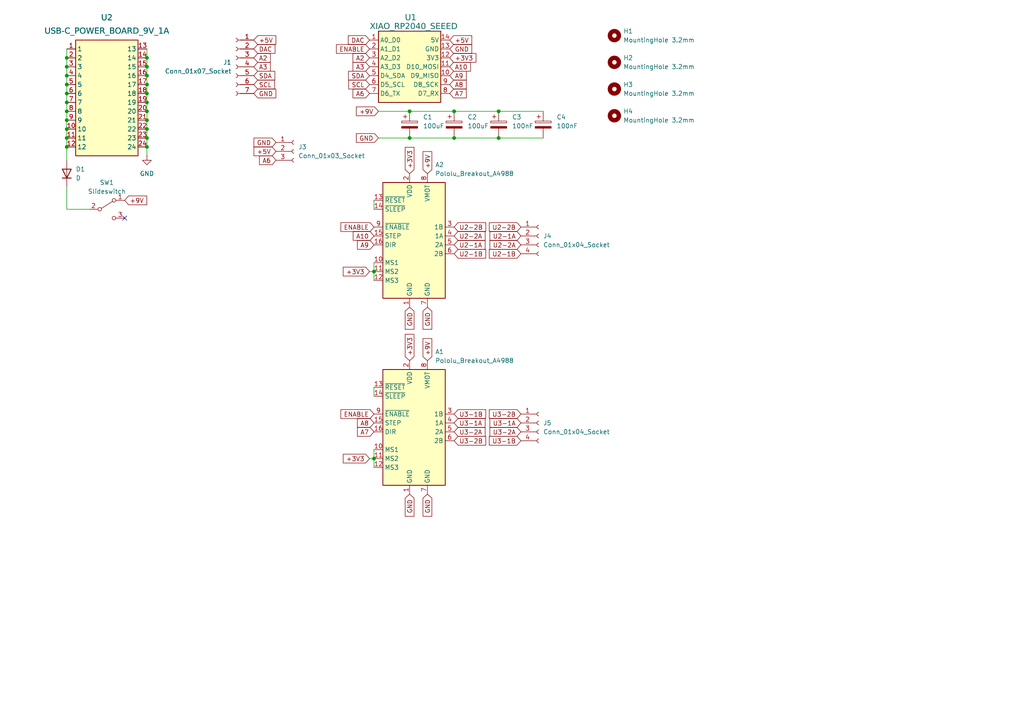
<source format=kicad_sch>
(kicad_sch (version 20231120) (generator "eeschema") (generator_version "8.0")
  (paper "User" 292.1 205.105)
  (lib_symbols
    (symbol "Connector:Conn_01x03_Socket" (pin_names (offset 1.016) hide)
      (property "Reference" "J" (at 0 5.08 0))
      (property "Value" "Conn_01x03_Socket" (at 0 -5.08 0))
      (symbol "Conn_01x03_Socket_1_1"
        (arc (start 0 -2.032) (mid -0.5058 -2.54) (end 0 -3.048) (stroke (width 0.1524)))
        (polyline (pts (xy -1.27 -2.54) (xy -0.508 -2.54)) (stroke (width 0.1524)))
        (polyline (pts (xy -1.27 0) (xy -0.508 0)) (stroke (width 0.1524)))
        (polyline (pts (xy -1.27 2.54) (xy -0.508 2.54)) (stroke (width 0.1524)))
        (arc (start 0 0.508) (mid -0.5058 0) (end 0 -0.508) (stroke (width 0.1524)))
        (arc (start 0 3.048) (mid -0.5058 2.54) (end 0 2.032) (stroke (width 0.1524)))
        (pin passive line (at -5.08 2.54 0) (length 3.81) (name "Pin_1") (number "1"))
        (pin passive line (at -5.08 0 0) (length 3.81) (name "Pin_2") (number "2"))
        (pin passive line (at -5.08 -2.54 0) (length 3.81) (name "Pin_3") (number "3"))
      )
    )
    (symbol "Connector:Conn_01x04_Socket" (pin_names (offset 1.016) hide)
      (property "Reference" "J" (at 0 5.08 0))
      (property "Value" "Conn_01x04_Socket" (at 0 -7.62 0))
      (symbol "Conn_01x04_Socket_1_1"
        (arc (start 0 -4.572) (mid -0.5058 -5.08) (end 0 -5.588) (stroke (width 0.1524)))
        (arc (start 0 -2.032) (mid -0.5058 -2.54) (end 0 -3.048) (stroke (width 0.1524)))
        (polyline (pts (xy -1.27 -5.08) (xy -0.508 -5.08)) (stroke (width 0.1524)))
        (polyline (pts (xy -1.27 -2.54) (xy -0.508 -2.54)) (stroke (width 0.1524)))
        (polyline (pts (xy -1.27 0) (xy -0.508 0)) (stroke (width 0.1524)))
        (polyline (pts (xy -1.27 2.54) (xy -0.508 2.54)) (stroke (width 0.1524)))
        (arc (start 0 0.508) (mid -0.5058 0) (end 0 -0.508) (stroke (width 0.1524)))
        (arc (start 0 3.048) (mid -0.5058 2.54) (end 0 2.032) (stroke (width 0.1524)))
        (pin passive line (at -5.08 2.54 0) (length 3.81) (name "Pin_1") (number "1"))
        (pin passive line (at -5.08 0 0) (length 3.81) (name "Pin_2") (number "2"))
        (pin passive line (at -5.08 -2.54 0) (length 3.81) (name "Pin_3") (number "3"))
        (pin passive line (at -5.08 -5.08 0) (length 3.81) (name "Pin_4") (number "4"))
      )
    )
    (symbol "Connector:Conn_01x07_Socket" (pin_names (offset 1.016) hide)
      (property "Reference" "J" (at 0 10.16 0))
      (property "Value" "Conn_01x07_Socket" (at 0 -10.16 0))
      (symbol "Conn_01x07_Socket_1_1"
        (arc (start 0 -7.112) (mid -0.5058 -7.62) (end 0 -8.128) (stroke (width 0.1524)))
        (arc (start 0 -4.572) (mid -0.5058 -5.08) (end 0 -5.588) (stroke (width 0.1524)))
        (arc (start 0 -2.032) (mid -0.5058 -2.54) (end 0 -3.048) (stroke (width 0.1524)))
        (polyline (pts (xy -1.27 -7.62) (xy -0.508 -7.62)) (stroke (width 0.1524)))
        (polyline (pts (xy -1.27 -5.08) (xy -0.508 -5.08)) (stroke (width 0.1524)))
        (polyline (pts (xy -1.27 -2.54) (xy -0.508 -2.54)) (stroke (width 0.1524)))
        (polyline (pts (xy -1.27 0) (xy -0.508 0)) (stroke (width 0.1524)))
        (polyline (pts (xy -1.27 2.54) (xy -0.508 2.54)) (stroke (width 0.1524)))
        (polyline (pts (xy -1.27 5.08) (xy -0.508 5.08)) (stroke (width 0.1524)))
        (polyline (pts (xy -1.27 7.62) (xy -0.508 7.62)) (stroke (width 0.1524)))
        (arc (start 0 0.508) (mid -0.5058 0) (end 0 -0.508) (stroke (width 0.1524)))
        (arc (start 0 3.048) (mid -0.5058 2.54) (end 0 2.032) (stroke (width 0.1524)))
        (arc (start 0 5.588) (mid -0.5058 5.08) (end 0 4.572) (stroke (width 0.1524)))
        (arc (start 0 8.128) (mid -0.5058 7.62) (end 0 7.112) (stroke (width 0.1524)))
        (pin passive line (at -5.08 7.62 0) (length 3.81) (name "Pin_1") (number "1"))
        (pin passive line (at -5.08 5.08 0) (length 3.81) (name "Pin_2") (number "2"))
        (pin passive line (at -5.08 2.54 0) (length 3.81) (name "Pin_3") (number "3"))
        (pin passive line (at -5.08 0 0) (length 3.81) (name "Pin_4") (number "4"))
        (pin passive line (at -5.08 -2.54 0) (length 3.81) (name "Pin_5") (number "5"))
        (pin passive line (at -5.08 -5.08 0) (length 3.81) (name "Pin_6") (number "6"))
        (pin passive line (at -5.08 -7.62 0) (length 3.81) (name "Pin_7") (number "7"))
      )
    )
    (symbol "Device:C_Polarized" (pin_numbers hide) (pin_names (offset 0.254))
      (property "Reference" "C" (at 0.635 2.54 0))
      (property "Value" "C_Polarized" (at 0.635 -2.54 0))
      (symbol "C_Polarized_0_1"
        (rectangle (start -2.286 0.508) (end 2.286 1.016))
        (polyline (pts (xy -1.778 2.286) (xy -0.762 2.286)))
        (polyline (pts (xy -1.27 2.794) (xy -1.27 1.778)))
        (rectangle (start 2.286 -0.508) (end -2.286 -1.016) (fill (type outline)))
      )
      (symbol "C_Polarized_1_1"
        (pin passive line (at 0 3.81 270) (length 2.794) (name "~") (number "1"))
        (pin passive line (at 0 -3.81 90) (length 2.794) (name "~") (number "2"))
      )
    )
    (symbol "Device:D" (pin_numbers hide) (pin_names (offset 1.016) hide)
      (property "Reference" "D" (at 0 2.54 0))
      (property "Value" "D" (at 0 -2.54 0))
      (symbol "D_0_1"
        (polyline (pts (xy -1.27 1.27) (xy -1.27 -1.27)) (stroke (width 0.254)))
        (polyline (pts (xy 1.27 0) (xy -1.27 0)))
        (polyline (pts (xy 1.27 1.27) (xy 1.27 -1.27) (xy -1.27 0) (xy 1.27 1.27)) (stroke (width 0.254)))
      )
      (symbol "D_1_1"
        (pin passive line (at -3.81 0 0) (length 2.54) (name "K") (number "1"))
        (pin passive line (at 3.81 0 180) (length 2.54) (name "A") (number "2"))
      )
    )
    (symbol "Driver_Motor:Pololu_Breakout_A4988"
      (property "Reference" "A" (at -2.54 19.05 0))
      (property "Value" "Pololu_Breakout_A4988" (at -2.54 16.51 0))
      (symbol "Pololu_Breakout_A4988_0_1"
        (rectangle (start 10.16 -17.78) (end -7.62 15.24) (stroke (width 0.254)) (fill (type background)))
      )
      (symbol "Pololu_Breakout_A4988_1_1"
        (pin power_in line (at 0 -20.32 90) (length 2.54) (name "GND") (number "1"))
        (pin input line (at -10.16 -7.62 0) (length 2.54) (name "MS1") (number "10"))
        (pin input line (at -10.16 -10.16 0) (length 2.54) (name "MS2") (number "11"))
        (pin input line (at -10.16 -12.7 0) (length 2.54) (name "MS3") (number "12"))
        (pin input line (at -10.16 10.16 0) (length 2.54) (name "~{RESET}") (number "13"))
        (pin input line (at -10.16 7.62 0) (length 2.54) (name "~{SLEEP}") (number "14"))
        (pin input line (at -10.16 0 0) (length 2.54) (name "STEP") (number "15"))
        (pin input line (at -10.16 -2.54 0) (length 2.54) (name "DIR") (number "16"))
        (pin power_in line (at 0 17.78 270) (length 2.54) (name "VDD") (number "2"))
        (pin output line (at 12.7 2.54 180) (length 2.54) (name "1B") (number "3"))
        (pin output line (at 12.7 0 180) (length 2.54) (name "1A") (number "4"))
        (pin output line (at 12.7 -2.54 180) (length 2.54) (name "2A") (number "5"))
        (pin output line (at 12.7 -5.08 180) (length 2.54) (name "2B") (number "6"))
        (pin power_in line (at 5.08 -20.32 90) (length 2.54) (name "GND") (number "7"))
        (pin power_in line (at 5.08 17.78 270) (length 2.54) (name "VMOT") (number "8"))
        (pin input line (at -10.16 2.54 0) (length 2.54) (name "~{ENABLE}") (number "9"))
      )
    )
    (symbol "Library:USB-C_POWER_BOARD_9V_1A"
      (property "Reference" "U2" (at 0 16.51 0))
      (property "Value" "USB-C_POWER_BOARD_9V_1A" (at 0 12.7 0))
      (symbol "USB-C_POWER_BOARD_9V_1A_0_1"
        (rectangle (start -8.89 10.16) (end 8.89 -22.86) (stroke (width 0.254)) (fill (type background)))
      )
      (symbol "USB-C_POWER_BOARD_9V_1A_1_0"
        (pin bidirectional line (at -11.43 7.62 0) (length 2.4892) (name "1") (number "1"))
        (pin bidirectional line (at -11.43 -15.24 0) (length 2.4892) (name "10") (number "10"))
        (pin bidirectional line (at -11.43 -17.78 0) (length 2.4892) (name "11") (number "11"))
        (pin bidirectional line (at -11.43 -20.32 0) (length 2.4892) (name "12") (number "12"))
        (pin bidirectional line (at 11.43 7.62 180) (length 2.4892) (name "13") (number "13"))
        (pin bidirectional line (at 11.43 5.08 180) (length 2.4892) (name "14") (number "14"))
        (pin bidirectional line (at 11.43 2.54 180) (length 2.4892) (name "15") (number "15"))
        (pin bidirectional line (at 11.43 0 180) (length 2.4892) (name "16") (number "16"))
        (pin bidirectional line (at 11.43 -2.54 180) (length 2.4892) (name "17") (number "17"))
        (pin bidirectional line (at 11.43 -5.08 180) (length 2.4892) (name "18") (number "18"))
        (pin bidirectional line (at 11.43 -7.62 180) (length 2.4892) (name "19") (number "19"))
        (pin bidirectional line (at -11.43 5.08 0) (length 2.4892) (name "2") (number "2"))
        (pin bidirectional line (at 11.43 -10.16 180) (length 2.4892) (name "20") (number "20"))
        (pin bidirectional line (at 11.43 -12.7 180) (length 2.4892) (name "21") (number "21"))
        (pin bidirectional line (at 11.43 -15.24 180) (length 2.4892) (name "22") (number "22"))
        (pin bidirectional line (at 11.43 -17.78 180) (length 2.4892) (name "23") (number "23"))
        (pin bidirectional line (at 11.43 -20.32 180) (length 2.4892) (name "24") (number "24"))
        (pin bidirectional line (at -11.43 2.54 0) (length 2.4892) (name "3") (number "3"))
        (pin bidirectional line (at -11.43 0 0) (length 2.4892) (name "4") (number "4"))
        (pin bidirectional line (at -11.43 -2.54 0) (length 2.4892) (name "5") (number "5"))
        (pin bidirectional line (at -11.43 -5.08 0) (length 2.4892) (name "6") (number "6"))
        (pin bidirectional line (at -11.43 -7.62 0) (length 2.4892) (name "7") (number "7"))
        (pin bidirectional line (at -11.43 -10.16 0) (length 2.4892) (name "8") (number "8"))
        (pin bidirectional line (at -11.43 -12.7 0) (length 2.4892) (name "9") (number "9"))
      )
    )
    (symbol "Mechanical:MountingHole" (pin_names (offset 1.016)) (exclude_from_sim yes) (in_bom no)
      (property "Reference" "H" (at 0 5.08 0))
      (property "Value" "MountingHole" (at 0 3.175 0))
      (symbol "MountingHole_0_1"
        (circle (center 0 0) (radius 1.27) (stroke (width 1.27)))
      )
    )
    (symbol "XIAO_RP2040_SEEED"
      (property "Reference" "U1" (at -1.3208 14.8971 0))
      (property "Value" "XIAO_RP2040_SEEED" (at -11.938 12.446 0))
      (symbol "XIAO_RP2040_SEEED_0_0"
        (pin bidirectional line (at -11.43 7.62 0) (length 2.4892) (name "A0_D0") (number "1"))
        (pin bidirectional line (at 11.43 -2.54 180) (length 2.4892) (name "D9_MISO") (number "10"))
        (pin bidirectional line (at 11.43 0 180) (length 2.4892) (name "D10_MOSI") (number "11"))
        (pin bidirectional line (at 11.43 2.54 180) (length 2.4892) (name "3V3") (number "12"))
        (pin bidirectional line (at 11.43 5.08 180) (length 2.4892) (name "GND") (number "13"))
        (pin bidirectional line (at 11.43 7.62 180) (length 2.4892) (name "5V") (number "14"))
        (pin bidirectional line (at -11.43 5.08 0) (length 2.4892) (name "A1_D1") (number "2"))
        (pin bidirectional line (at -11.43 2.54 0) (length 2.4892) (name "A2_D2") (number "3"))
        (pin bidirectional line (at -11.43 0 0) (length 2.4892) (name "A3_D3") (number "4"))
        (pin bidirectional line (at -11.43 -2.54 0) (length 2.4892) (name "D4_SDA") (number "5"))
        (pin bidirectional line (at -11.43 -5.08 0) (length 2.4892) (name "D5_SCL") (number "6"))
        (pin bidirectional line (at -11.43 -7.62 0) (length 2.4892) (name "D6_TX") (number "7"))
        (pin bidirectional line (at 11.43 -7.62 180) (length 2.4892) (name "D7_RX") (number "8"))
        (pin bidirectional line (at 11.43 -5.08 180) (length 2.4892) (name "D8_SCK") (number "9"))
      )
      (symbol "XIAO_RP2040_SEEED_0_1"
        (rectangle (start -8.89 10.16) (end 8.89 -10.16) (stroke (width 0.254)) (fill (type background)))
      )
    )
    (symbol "fab:SWITCH_AYZ0102AGRLC" (pin_names (offset 0) hide)
      (property "Reference" "SW" (at 0 4.318 0))
      (property "Value" "SWITCH_AYZ0102AGRLC" (at 0 -5.08 0))
      (symbol "SWITCH_AYZ0102AGRLC_0_0"
        (circle (center -2.032 0) (radius 0.508))
        (circle (center 2.032 -2.54) (radius 0.508))
      )
      (symbol "SWITCH_AYZ0102AGRLC_0_1"
        (polyline (pts (xy -1.524 0.254) (xy 1.651 2.286)))
        (circle (center 2.032 2.54) (radius 0.508))
      )
      (symbol "SWITCH_AYZ0102AGRLC_1_1"
        (pin passive line (at 5.08 2.54 180) (length 2.54) (name "A") (number "1"))
        (pin passive line (at -5.08 0 0) (length 2.54) (name "B") (number "2"))
        (pin passive line (at 5.08 -2.54 180) (length 2.54) (name "C") (number "3"))
      )
    )
    (symbol "power:GND" (power) (pin_numbers hide) (pin_names (offset 0) hide)
      (property "Value" "GND" (at 0 -3.81 0))
      (symbol "GND_0_1"
        (polyline (pts (xy 0 0) (xy 0 -1.27) (xy 1.27 -1.27) (xy 0 -2.54) (xy -1.27 -1.27) (xy 0 -1.27)))
      )
      (symbol "GND_1_1"
        (pin power_in line (at 0 0 270) (length 0) (name "~") (number "1"))
      )
    )
  )
  (junction (at 41.91 29.21))
  (junction (at 19.05 31.75))
  (junction (at 19.05 36.83))
  (junction (at 41.91 31.75))
  (junction (at 106.68 77.47))
  (junction (at 19.05 34.29))
  (junction (at 41.91 19.05))
  (junction (at 19.05 24.13))
  (junction (at 41.91 34.29))
  (junction (at 41.91 24.13))
  (junction (at 19.05 21.59))
  (junction (at 19.05 19.05))
  (junction (at 106.68 130.81))
  (junction (at 116.84 31.75))
  (junction (at 142.24 31.75))
  (junction (at 19.05 41.91))
  (junction (at 19.05 29.21))
  (junction (at 41.91 36.83))
  (junction (at 19.05 16.51))
  (junction (at 41.91 26.67))
  (junction (at 41.91 39.37))
  (junction (at 142.24 39.37))
  (junction (at 116.84 39.37))
  (junction (at 19.05 26.67))
  (junction (at 129.54 39.37))
  (junction (at 129.54 31.75))
  (junction (at 41.91 16.51))
  (junction (at 41.91 21.59))
  (junction (at 19.05 39.37))
  (junction (at 41.91 41.91))
  (no_connect (at 35.56 62.23))
  (wire (pts (xy 41.91 24.13) (xy 41.91 26.67)))
  (wire (pts (xy 116.84 31.75) (xy 129.54 31.75)))
  (wire (pts (xy 107.95 39.37) (xy 116.84 39.37)))
  (wire (pts (xy 19.05 21.59) (xy 19.05 24.13)))
  (wire (pts (xy 19.05 41.91) (xy 19.05 45.72)))
  (wire (pts (xy 41.91 36.83) (xy 41.91 39.37)))
  (wire (pts (xy 116.84 39.37) (xy 129.54 39.37)))
  (wire (pts (xy 106.68 74.93) (xy 106.68 77.47)))
  (wire (pts (xy 41.91 31.75) (xy 41.91 34.29)))
  (wire (pts (xy 19.05 19.05) (xy 19.05 21.59)))
  (wire (pts (xy 19.05 53.34) (xy 19.05 59.69)))
  (wire (pts (xy 41.91 41.91) (xy 41.91 44.45)))
  (wire (pts (xy 19.05 31.75) (xy 19.05 34.29)))
  (wire (pts (xy 19.05 29.21) (xy 19.05 31.75)))
  (wire (pts (xy 19.05 36.83) (xy 19.05 39.37)))
  (wire (pts (xy 106.68 57.15) (xy 106.68 59.69)))
  (wire (pts (xy 129.54 31.75) (xy 142.24 31.75)))
  (wire (pts (xy 41.91 16.51) (xy 41.91 19.05)))
  (wire (pts (xy 19.05 13.97) (xy 19.05 16.51)))
  (wire (pts (xy 142.24 39.37) (xy 154.94 39.37)))
  (wire (pts (xy 105.41 130.81) (xy 106.68 130.81)))
  (wire (pts (xy 105.41 77.47) (xy 106.68 77.47)))
  (wire (pts (xy 19.05 24.13) (xy 19.05 26.67)))
  (wire (pts (xy 106.68 77.47) (xy 106.68 80.01)))
  (wire (pts (xy 41.91 19.05) (xy 41.91 21.59)))
  (wire (pts (xy 19.05 26.67) (xy 19.05 29.21)))
  (wire (pts (xy 41.91 39.37) (xy 41.91 41.91)))
  (wire (pts (xy 106.68 110.49) (xy 106.68 113.03)))
  (wire (pts (xy 107.95 31.75) (xy 116.84 31.75)))
  (wire (pts (xy 19.05 59.69) (xy 25.4 59.69)))
  (wire (pts (xy 41.91 26.67) (xy 41.91 29.21)))
  (wire (pts (xy 41.91 34.29) (xy 41.91 36.83)))
  (wire (pts (xy 41.91 13.97) (xy 41.91 16.51)))
  (wire (pts (xy 19.05 34.29) (xy 19.05 36.83)))
  (wire (pts (xy 106.68 128.27) (xy 106.68 130.81)))
  (wire (pts (xy 19.05 39.37) (xy 19.05 41.91)))
  (wire (pts (xy 106.68 130.81) (xy 106.68 133.35)))
  (wire (pts (xy 142.24 31.75) (xy 154.94 31.75)))
  (wire (pts (xy 41.91 21.59) (xy 41.91 24.13)))
  (wire (pts (xy 41.91 29.21) (xy 41.91 31.75)))
  (wire (pts (xy 19.05 16.51) (xy 19.05 19.05)))
  (wire (pts (xy 129.54 39.37) (xy 142.24 39.37)))
  (global_label "GND" (shape input) (at 116.84 140.97 270) (property "Intersheetrefs" "${INTERSHEET_REFS}" (effects (hide yes))))
  (global_label "SDA" (shape input) (at 105.41 21.59 180) (property "Intersheetrefs" "${INTERSHEET_REFS}" (effects (hide yes))))
  (global_label "+3V3" (shape input) (at 105.41 130.81 180) (property "Intersheetrefs" "${INTERSHEET_REFS}" (effects (hide yes))))
  (global_label "+5V" (shape input) (at 128.27 11.43 0) (property "Intersheetrefs" "${INTERSHEET_REFS}" (effects (hide yes))))
  (global_label "A8" (shape input) (at 128.27 24.13 0) (property "Intersheetrefs" "${INTERSHEET_REFS}" (effects (hide yes))))
  (global_label "+9V" (shape input) (at 121.92 49.53 90) (property "Intersheetrefs" "${INTERSHEET_REFS}" (effects (hide yes))))
  (global_label "SCL" (shape input) (at 72.39 24.13 0) (property "Intersheetrefs" "${INTERSHEET_REFS}" (effects (hide yes))))
  (global_label "U2-1B" (shape input) (at 148.59 72.39 180) (property "Intersheetrefs" "${INTERSHEET_REFS}" (effects (hide yes))))
  (global_label "U3-1A" (shape input) (at 148.59 120.65 180) (property "Intersheetrefs" "${INTERSHEET_REFS}" (effects (hide yes))))
  (global_label "+9V" (shape input) (at 107.95 31.75 180) (property "Intersheetrefs" "${INTERSHEET_REFS}" (effects (hide yes))))
  (global_label "A6" (shape input) (at 78.74 45.72 180) (property "Intersheetrefs" "${INTERSHEET_REFS}" (effects (hide yes))))
  (global_label "U2-2B" (shape input) (at 148.59 64.77 180) (property "Intersheetrefs" "${INTERSHEET_REFS}" (effects (hide yes))))
  (global_label "+5V" (shape input) (at 78.74 43.18 180) (property "Intersheetrefs" "${INTERSHEET_REFS}" (effects (hide yes))))
  (global_label "ENABLE" (shape input) (at 106.68 64.77 180) (property "Intersheetrefs" "${INTERSHEET_REFS}" (effects (hide yes))))
  (global_label "DAC" (shape input) (at 105.41 11.43 180) (property "Intersheetrefs" "${INTERSHEET_REFS}" (effects (hide yes))))
  (global_label "U3-1B" (shape input) (at 148.59 125.73 180) (property "Intersheetrefs" "${INTERSHEET_REFS}" (effects (hide yes))))
  (global_label "U3-2B" (shape input) (at 148.59 118.11 180) (property "Intersheetrefs" "${INTERSHEET_REFS}" (effects (hide yes))))
  (global_label "GND" (shape input) (at 121.92 87.63 270) (property "Intersheetrefs" "${INTERSHEET_REFS}" (effects (hide yes))))
  (global_label "SCL" (shape input) (at 105.41 24.13 180) (property "Intersheetrefs" "${INTERSHEET_REFS}" (effects (hide yes))))
  (global_label "U3-2B" (shape input) (at 129.54 125.73 0) (property "Intersheetrefs" "${INTERSHEET_REFS}" (effects (hide yes))))
  (global_label "GND" (shape input) (at 72.39 26.67 0) (property "Intersheetrefs" "${INTERSHEET_REFS}" (effects (hide yes))))
  (global_label "GND" (shape input) (at 78.74 40.64 180) (property "Intersheetrefs" "${INTERSHEET_REFS}" (effects (hide yes))))
  (global_label "SDA" (shape input) (at 72.39 21.59 0) (property "Intersheetrefs" "${INTERSHEET_REFS}" (effects (hide yes))))
  (global_label "A9" (shape input) (at 106.68 69.85 180) (property "Intersheetrefs" "${INTERSHEET_REFS}" (effects (hide yes))))
  (global_label "+3V3" (shape input) (at 116.84 102.87 90) (property "Intersheetrefs" "${INTERSHEET_REFS}" (effects (hide yes))))
  (global_label "U3-2A" (shape input) (at 129.54 123.19 0) (property "Intersheetrefs" "${INTERSHEET_REFS}" (effects (hide yes))))
  (global_label "U2-2B" (shape input) (at 129.54 64.77 0) (property "Intersheetrefs" "${INTERSHEET_REFS}" (effects (hide yes))))
  (global_label "A7" (shape input) (at 128.27 26.67 0) (property "Intersheetrefs" "${INTERSHEET_REFS}" (effects (hide yes))))
  (global_label "A3" (shape input) (at 72.39 19.05 0) (property "Intersheetrefs" "${INTERSHEET_REFS}" (effects (hide yes))))
  (global_label "U2-1A" (shape input) (at 129.54 69.85 0) (property "Intersheetrefs" "${INTERSHEET_REFS}" (effects (hide yes))))
  (global_label "U2-2A" (shape input) (at 148.59 69.85 180) (property "Intersheetrefs" "${INTERSHEET_REFS}" (effects (hide yes))))
  (global_label "A9" (shape input) (at 128.27 21.59 0) (property "Intersheetrefs" "${INTERSHEET_REFS}" (effects (hide yes))))
  (global_label "+3V3" (shape input) (at 105.41 77.47 180) (property "Intersheetrefs" "${INTERSHEET_REFS}" (effects (hide yes))))
  (global_label "U2-1A" (shape input) (at 148.59 67.31 180) (property "Intersheetrefs" "${INTERSHEET_REFS}" (effects (hide yes))))
  (global_label "DAC" (shape input) (at 72.39 13.97 0) (property "Intersheetrefs" "${INTERSHEET_REFS}" (effects (hide yes))))
  (global_label "A10" (shape input) (at 128.27 19.05 0) (property "Intersheetrefs" "${INTERSHEET_REFS}" (effects (hide yes))))
  (global_label "A2" (shape input) (at 72.39 16.51 0) (property "Intersheetrefs" "${INTERSHEET_REFS}" (effects (hide yes))))
  (global_label "GND" (shape input) (at 107.95 39.37 180) (property "Intersheetrefs" "${INTERSHEET_REFS}" (effects (hide yes))))
  (global_label "U3-1B" (shape input) (at 129.54 118.11 0) (property "Intersheetrefs" "${INTERSHEET_REFS}" (effects (hide yes))))
  (global_label "U3-2A" (shape input) (at 148.59 123.19 180) (property "Intersheetrefs" "${INTERSHEET_REFS}" (effects (hide yes))))
  (global_label "U2-2A" (shape input) (at 129.54 67.31 0) (property "Intersheetrefs" "${INTERSHEET_REFS}" (effects (hide yes))))
  (global_label "GND" (shape input) (at 121.92 140.97 270) (property "Intersheetrefs" "${INTERSHEET_REFS}" (effects (hide yes))))
  (global_label "+3V3" (shape input) (at 128.27 16.51 0) (property "Intersheetrefs" "${INTERSHEET_REFS}" (effects (hide yes))))
  (global_label "+3V3" (shape input) (at 116.84 49.53 90) (property "Intersheetrefs" "${INTERSHEET_REFS}" (effects (hide yes))))
  (global_label "+9V" (shape input) (at 35.56 57.15 0) (property "Intersheetrefs" "${INTERSHEET_REFS}" (effects (hide yes))))
  (global_label "U2-1B" (shape input) (at 129.54 72.39 0) (property "Intersheetrefs" "${INTERSHEET_REFS}" (effects (hide yes))))
  (global_label "A3" (shape input) (at 105.41 19.05 180) (property "Intersheetrefs" "${INTERSHEET_REFS}" (effects (hide yes))))
  (global_label "GND" (shape input) (at 116.84 87.63 270) (property "Intersheetrefs" "${INTERSHEET_REFS}" (effects (hide yes))))
  (global_label "A2" (shape input) (at 105.41 16.51 180) (property "Intersheetrefs" "${INTERSHEET_REFS}" (effects (hide yes))))
  (global_label "+9V" (shape input) (at 121.92 102.87 90) (property "Intersheetrefs" "${INTERSHEET_REFS}" (effects (hide yes))))
  (global_label "A7" (shape input) (at 106.68 123.19 180) (property "Intersheetrefs" "${INTERSHEET_REFS}" (effects (hide yes))))
  (global_label "U3-1A" (shape input) (at 129.54 120.65 0) (property "Intersheetrefs" "${INTERSHEET_REFS}" (effects (hide yes))))
  (global_label "+5V" (shape input) (at 72.39 11.43 0) (property "Intersheetrefs" "${INTERSHEET_REFS}" (effects (hide yes))))
  (global_label "GND" (shape input) (at 128.27 13.97 0) (property "Intersheetrefs" "${INTERSHEET_REFS}" (effects (hide yes))))
  (global_label "A10" (shape input) (at 106.68 67.31 180) (property "Intersheetrefs" "${INTERSHEET_REFS}" (effects (hide yes))))
  (global_label "A6" (shape input) (at 105.41 26.67 180) (property "Intersheetrefs" "${INTERSHEET_REFS}" (effects (hide yes))))
  (global_label "ENABLE" (shape input) (at 105.41 13.97 180) (property "Intersheetrefs" "${INTERSHEET_REFS}" (effects (hide yes))))
  (global_label "A8" (shape input) (at 106.68 120.65 180) (property "Intersheetrefs" "${INTERSHEET_REFS}" (effects (hide yes))))
  (global_label "ENABLE" (shape input) (at 106.68 118.11 180) (property "Intersheetrefs" "${INTERSHEET_REFS}" (effects (hide yes))))
  (symbol (lib_id "Mechanical:MountingHole") (at 175.26 25.4 0) (unit 1) (exclude_from_sim yes) (in_bom no)
    (property "Reference" "H3" (at 177.8 24.1299 0) (effects (justify left)))
    (property "Value" "MountingHole 3.2mm" (at 177.8 26.6699 0) (effects (justify left)))
    (property "Description" "Mounting Hole without connection" (effects (hide yes)))
  )
  (symbol (lib_id "Connector:Conn_01x07_Socket") (at 67.31 19.05 0) (mirror y) (unit 1)
    (property "Reference" "J1" (at 66.04 17.7799 0) (effects (justify left)))
    (property "Value" "Conn_01x07_Socket" (at 66.04 20.3199 0) (effects (justify left)))
    (property "Description" "Generic connector, single row, 01x07, script generated" (effects (hide yes)))
  )
  (symbol (lib_id "Device:C_Polarized") (at 116.84 35.56 0) (unit 1)
    (property "Reference" "C1" (at 120.65 33.4009 0) (effects (justify left)))
    (property "Value" "100uF" (at 120.65 35.9409 0) (effects (justify left)))
    (property "Description" "Polarized capacitor" (effects (hide yes)))
  )
  (symbol (lib_id "power:GND") (at 41.91 44.45 0) (unit 1)
    (property "Reference" "#PWR01" (effects (hide yes)))
    (property "Value" "GND" (at 41.91 49.53 0))
    (property "Description" "Power symbol creates a global label with name \"GND\" , ground" (effects (hide yes)))
  )
  (symbol (lib_id "Driver_Motor:Pololu_Breakout_A4988") (at 116.84 120.65 0) (unit 1)
    (property "Reference" "A1" (at 124.1141 100.33 0) (effects (justify left)))
    (property "Value" "Pololu_Breakout_A4988" (at 124.1141 102.87 0) (effects (justify left)))
    (property "Footprint" "Module:Pololu_Breakout-16_15.2x20.3mm" (effects (hide yes)))
    (property "Datasheet" "https://www.pololu.com/product/2980/pictures" (effects (hide yes)))
    (property "Description" "Pololu Breakout Board, Stepper Driver A4988" (effects (hide yes)))
  )
  (symbol (lib_id "Device:C_Polarized") (at 154.94 35.56 0) (unit 1)
    (property "Reference" "C4" (at 158.75 33.4009 0) (effects (justify left)))
    (property "Value" "100nF" (at 158.75 35.9409 0) (effects (justify left)))
    (property "Description" "Polarized capacitor" (effects (hide yes)))
  )
  (symbol (lib_id "Connector:Conn_01x04_Socket") (at 153.67 67.31 0) (unit 1)
    (property "Reference" "J4" (at 154.94 67.3099 0) (effects (justify left)))
    (property "Value" "Conn_01x04_Socket" (at 154.94 69.8499 0) (effects (justify left)))
    (property "Description" "Generic connector, single row, 01x04, script generated" (effects (hide yes)))
  )
  (symbol (lib_id "Device:D") (at 19.05 49.53 90) (unit 1)
    (property "Reference" "D1" (at 21.59 48.2599 90) (effects (justify right)))
    (property "Value" "D" (at 21.59 50.7999 90) (effects (justify right)))
    (property "Description" "Diode" (effects (hide yes)))
    (property "Sim.Device" "D" (effects (hide yes)))
    (property "Sim.Pins" "1=K 2=A" (effects (hide yes)))
  )
  (symbol (lib_id "Library:USB-C_POWER_BOARD_9V_1A") (at 30.48 21.59 0) (unit 1)
    (property "Reference" "U2" (at 30.48 5.08 0) (effects (font (size 1.6891 1.6891))))
    (property "Value" "USB-C_POWER_BOARD_9V_1A" (at 30.48 8.89 0) (effects (font (size 1.6891 1.6891))))
  )
  (symbol (lib_id "Connector:Conn_01x04_Socket") (at 153.67 120.65 0) (unit 1)
    (property "Reference" "J5" (at 154.94 120.6499 0) (effects (justify left)))
    (property "Value" "Conn_01x04_Socket" (at 154.94 123.1899 0) (effects (justify left)))
    (property "Description" "Generic connector, single row, 01x04, script generated" (effects (hide yes)))
  )
  (symbol (lib_id "fab:SWITCH_AYZ0102AGRLC") (at 30.48 59.69 0) (unit 1)
    (property "Reference" "SW1" (at 30.48 52.07 0))
    (property "Value" "Slideswitch" (at 30.48 54.61 0))
    (property "Footprint" "Button_Switch_THT:SW_Slide-03_Wuerth-WS-SLTV_10x2.5x6.4_P2.54mm" (effects (hide yes)))
    (property "Datasheet" "https://www.ckswitches.com/media/1431/ayz.pdf" (effects (hide yes)))
  )
  (symbol (lib_id "Connector:Conn_01x03_Socket") (at 83.82 43.18 0) (unit 1)
    (property "Reference" "J3" (at 85.09 41.9099 0) (effects (justify left)))
    (property "Value" "Conn_01x03_Socket" (at 85.09 44.4499 0) (effects (justify left)))
    (property "Description" "Generic connector, single row, 01x03, script generated" (effects (hide yes)))
  )
  (symbol (lib_id "Driver_Motor:Pololu_Breakout_A4988") (at 116.84 67.31 0) (unit 1)
    (property "Reference" "A2" (at 124.1141 46.99 0) (effects (justify left)))
    (property "Value" "Pololu_Breakout_A4988" (at 124.1141 49.53 0) (effects (justify left)))
    (property "Footprint" "Module:Pololu_Breakout-16_15.2x20.3mm" (effects (hide yes)))
    (property "Datasheet" "https://www.pololu.com/product/2980/pictures" (effects (hide yes)))
    (property "Description" "Pololu Breakout Board, Stepper Driver A4988" (effects (hide yes)))
  )
  (symbol (lib_id "Device:C_Polarized") (at 142.24 35.56 0) (unit 1)
    (property "Reference" "C3" (at 146.05 33.4009 0) (effects (justify left)))
    (property "Value" "100nF" (at 146.05 35.9409 0) (effects (justify left)))
    (property "Description" "Polarized capacitor" (effects (hide yes)))
  )
  (symbol (lib_id "XIAO_RP2040_SEEED") (at 116.84 19.05 0) (unit 1)
    (property "Reference" "U1" (at 115.5192 4.1529 0) (effects (font (size 1.6891 1.6891)) (justify left top)))
    (property "Value" "XIAO_RP2040_SEEED" (at 104.902 6.604 0) (effects (font (size 1.6891 1.6891)) (justify left top)))
  )
  (symbol (lib_id "Mechanical:MountingHole") (at 175.26 10.16 0) (unit 1) (exclude_from_sim yes) (in_bom no)
    (property "Reference" "H1" (at 177.8 8.8899 0) (effects (justify left)))
    (property "Value" "MountingHole 3.2mm" (at 177.8 11.4299 0) (effects (justify left)))
    (property "Description" "Mounting Hole without connection" (effects (hide yes)))
  )
  (symbol (lib_id "Mechanical:MountingHole") (at 175.26 33.02 0) (unit 1) (exclude_from_sim yes) (in_bom no)
    (property "Reference" "H4" (at 177.8 31.7499 0) (effects (justify left)))
    (property "Value" "MountingHole 3.2mm" (at 177.8 34.2899 0) (effects (justify left)))
    (property "Description" "Mounting Hole without connection" (effects (hide yes)))
  )
  (symbol (lib_id "Mechanical:MountingHole") (at 175.26 17.78 0) (unit 1) (exclude_from_sim yes) (in_bom no)
    (property "Reference" "H2" (at 177.8 16.5099 0) (effects (justify left)))
    (property "Value" "MountingHole 3.2mm" (at 177.8 19.0499 0) (effects (justify left)))
    (property "Description" "Mounting Hole without connection" (effects (hide yes)))
  )
  (symbol (lib_id "Device:C_Polarized") (at 129.54 35.56 0) (unit 1)
    (property "Reference" "C2" (at 133.35 33.4009 0) (effects (justify left)))
    (property "Value" "100uF" (at 133.35 35.9409 0) (effects (justify left)))
    (property "Description" "Polarized capacitor" (effects (hide yes)))
  )
)
</source>
